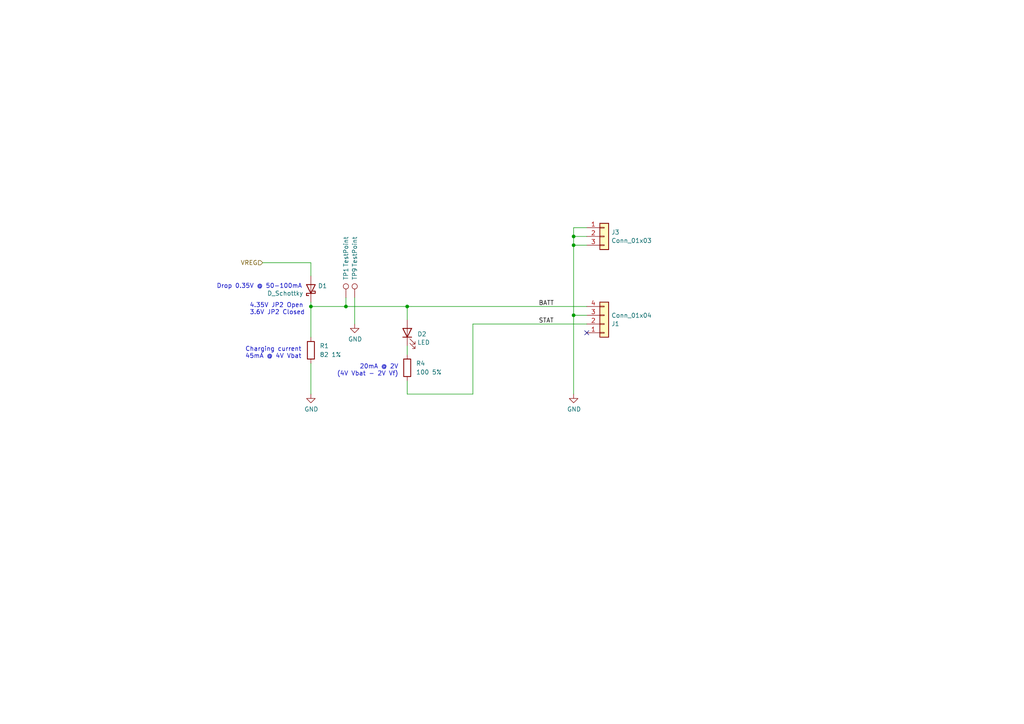
<source format=kicad_sch>
(kicad_sch (version 20230121) (generator eeschema)
  (paper "A4")
  (lib_symbols
    (symbol "Connector:TestPoint" (pin_numbers hide) (pin_names (offset 0.762) hide)
      (property "Reference" "TP" (at 0 6.858 0))
      (property "Value" "TestPoint" (at 0 5.08 0))
      (symbol "TestPoint_0_1"
        (circle (center 0 3.302) (radius 0.762))
      )
      (symbol "TestPoint_1_1"
        (pin passive line (at 0 0 90) (length 2.54) (name "1") (number "1"))
      )
    )
    (symbol "Connector_Generic:Conn_01x03" (pin_names (offset 1.016) hide)
      (property "Reference" "J" (at 0 5.08 0))
      (property "Value" "Conn_01x03" (at 0 -5.08 0))
      (symbol "Conn_01x03_1_1"
        (rectangle (start -1.27 -2.413) (end 0 -2.667) (stroke (width 0.1524)))
        (rectangle (start -1.27 0.127) (end 0 -0.127) (stroke (width 0.1524)))
        (rectangle (start -1.27 2.667) (end 0 2.413) (stroke (width 0.1524)))
        (rectangle (start -1.27 3.81) (end 1.27 -3.81) (stroke (width 0.254)) (fill (type background)))
        (pin passive line (at -5.08 2.54 0) (length 3.81) (name "Pin_1") (number "1"))
        (pin passive line (at -5.08 0 0) (length 3.81) (name "Pin_2") (number "2"))
        (pin passive line (at -5.08 -2.54 0) (length 3.81) (name "Pin_3") (number "3"))
      )
    )
    (symbol "Connector_Generic:Conn_01x04" (pin_names (offset 1.016) hide)
      (property "Reference" "J" (at 0 5.08 0))
      (property "Value" "Conn_01x04" (at 0 -7.62 0))
      (symbol "Conn_01x04_1_1"
        (rectangle (start -1.27 -4.953) (end 0 -5.207) (stroke (width 0.1524)))
        (rectangle (start -1.27 -2.413) (end 0 -2.667) (stroke (width 0.1524)))
        (rectangle (start -1.27 0.127) (end 0 -0.127) (stroke (width 0.1524)))
        (rectangle (start -1.27 2.667) (end 0 2.413) (stroke (width 0.1524)))
        (rectangle (start -1.27 3.81) (end 1.27 -6.35) (stroke (width 0.254)) (fill (type background)))
        (pin passive line (at -5.08 2.54 0) (length 3.81) (name "Pin_1") (number "1"))
        (pin passive line (at -5.08 0 0) (length 3.81) (name "Pin_2") (number "2"))
        (pin passive line (at -5.08 -2.54 0) (length 3.81) (name "Pin_3") (number "3"))
        (pin passive line (at -5.08 -5.08 0) (length 3.81) (name "Pin_4") (number "4"))
      )
    )
    (symbol "Device:D_Schottky" (pin_numbers hide) (pin_names (offset 1.016) hide)
      (property "Reference" "D" (at 0 2.54 0))
      (property "Value" "D_Schottky" (at 0 -2.54 0))
      (symbol "D_Schottky_0_1"
        (polyline (pts (xy 1.27 0) (xy -1.27 0)))
        (polyline (pts (xy 1.27 1.27) (xy 1.27 -1.27) (xy -1.27 0) (xy 1.27 1.27)) (stroke (width 0.254)))
        (polyline (pts (xy -1.905 0.635) (xy -1.905 1.27) (xy -1.27 1.27) (xy -1.27 -1.27) (xy -0.635 -1.27) (xy -0.635 -0.635)) (stroke (width 0.254)))
      )
      (symbol "D_Schottky_1_1"
        (pin passive line (at -3.81 0 0) (length 2.54) (name "K") (number "1"))
        (pin passive line (at 3.81 0 180) (length 2.54) (name "A") (number "2"))
      )
    )
    (symbol "Device:LED" (pin_numbers hide) (pin_names (offset 1.016) hide)
      (property "Reference" "D" (at 0 2.54 0))
      (property "Value" "LED" (at 0 -2.54 0))
      (symbol "LED_0_1"
        (polyline (pts (xy -1.27 -1.27) (xy -1.27 1.27)) (stroke (width 0.254)))
        (polyline (pts (xy -1.27 0) (xy 1.27 0)))
        (polyline (pts (xy 1.27 -1.27) (xy 1.27 1.27) (xy -1.27 0) (xy 1.27 -1.27)) (stroke (width 0.254)))
        (polyline (pts (xy -3.048 -0.762) (xy -4.572 -2.286) (xy -3.81 -2.286) (xy -4.572 -2.286) (xy -4.572 -1.524)))
        (polyline (pts (xy -1.778 -0.762) (xy -3.302 -2.286) (xy -2.54 -2.286) (xy -3.302 -2.286) (xy -3.302 -1.524)))
      )
      (symbol "LED_1_1"
        (pin passive line (at -3.81 0 0) (length 2.54) (name "K") (number "1"))
        (pin passive line (at 3.81 0 180) (length 2.54) (name "A") (number "2"))
      )
    )
    (symbol "Device:R" (pin_numbers hide) (pin_names (offset 0))
      (property "Reference" "R" (at 2.032 0 90))
      (property "Value" "R" (at 0 0 90))
      (symbol "R_0_1"
        (rectangle (start -1.016 -2.54) (end 1.016 2.54) (stroke (width 0.254)))
      )
      (symbol "R_1_1"
        (pin passive line (at 0 3.81 270) (length 1.27) (name "~") (number "1"))
        (pin passive line (at 0 -3.81 90) (length 1.27) (name "~") (number "2"))
      )
    )
    (symbol "power:GND" (power) (pin_names (offset 0))
      (property "Value" "GND" (at 0 -3.81 0))
      (symbol "GND_0_1"
        (polyline (pts (xy 0 0) (xy 0 -1.27) (xy 1.27 -1.27) (xy 0 -2.54) (xy -1.27 -1.27) (xy 0 -1.27)))
      )
      (symbol "GND_1_1"
        (pin power_in line (at 0 0 270) (length 0) hide (name "GND") (number "1"))
      )
    )
  )
  (junction (at 100.33 88.9))
  (junction (at 166.37 91.44))
  (junction (at 166.37 68.58))
  (junction (at 90.17 88.9))
  (junction (at 166.37 71.12))
  (junction (at 118.11 88.9))
  (no_connect (at 170.18 96.52))
  (wire (pts (xy 90.17 80.01) (xy 90.17 76.2)))
  (wire (pts (xy 170.18 91.44) (xy 166.37 91.44)))
  (wire (pts (xy 166.37 71.12) (xy 166.37 68.58)))
  (wire (pts (xy 90.17 87.63) (xy 90.17 88.9)))
  (wire (pts (xy 118.11 88.9) (xy 170.18 88.9)))
  (wire (pts (xy 90.17 88.9) (xy 100.33 88.9)))
  (wire (pts (xy 90.17 105.41) (xy 90.17 114.3)))
  (wire (pts (xy 100.33 88.9) (xy 118.11 88.9)))
  (wire (pts (xy 100.33 86.36) (xy 100.33 88.9)))
  (wire (pts (xy 166.37 71.12) (xy 166.37 91.44)))
  (wire (pts (xy 118.11 100.33) (xy 118.11 102.87)))
  (wire (pts (xy 137.16 93.98) (xy 170.18 93.98)))
  (wire (pts (xy 166.37 66.04) (xy 166.37 68.58)))
  (wire (pts (xy 76.2 76.2) (xy 90.17 76.2)))
  (wire (pts (xy 137.16 93.98) (xy 137.16 114.3)))
  (wire (pts (xy 166.37 91.44) (xy 166.37 114.3)))
  (wire (pts (xy 118.11 114.3) (xy 118.11 110.49)))
  (wire (pts (xy 102.87 86.36) (xy 102.87 93.98)))
  (wire (pts (xy 90.17 88.9) (xy 90.17 97.79)))
  (wire (pts (xy 170.18 66.04) (xy 166.37 66.04)))
  (wire (pts (xy 118.11 88.9) (xy 118.11 92.71)))
  (wire (pts (xy 137.16 114.3) (xy 118.11 114.3)))
  (wire (pts (xy 166.37 71.12) (xy 170.18 71.12)))
  (wire (pts (xy 166.37 68.58) (xy 170.18 68.58)))
  (text "20mA @ 2V\n(4V Vbat - 2V Vf)" (at 115.57 109.22 0) (effects (font (size 1.27 1.27)) (justify right bottom)))
  (text "4.35V JP2 Open\n3.6V JP2 Closed" (at 72.39 91.44 0) (effects (font (size 1.27 1.27)) (justify left bottom)))
  (text "Charging current\n45mA @ 4V Vbat" (at 71.12 104.14 0) (effects (font (size 1.27 1.27)) (justify left bottom)))
  (text "Drop 0.35V @ 50-100mA" (at 87.63 83.82 0) (effects (font (size 1.27 1.27)) (justify right bottom)))
  (label "BATT" (at 156.21 88.9 0))
  (label "STAT" (at 156.21 93.98 0))
  (hierarchical_label "VREG" (shape input) (at 76.2 76.2 180))
  (symbol (lib_id "Device:R") (at 90.17 101.6 0) (unit 1)
    (property "Reference" "R1" (at 92.71 100.33 0) (effects (justify left)))
    (property "Value" "82 1%" (at 92.71 102.87 0) (effects (justify left)))
    (property "Footprint" "Resistor_SMD:R_1210_3225Metric" (effects hide))
    (property "LCSC Part Number" "C728413" (effects hide))
    (property "Manufacturer" "YAGEO" (effects hide))
    (property "Part Number" "RC1210JR-0782RL" (effects hide))
    (instances (project "main" (path "" (reference "R1") (unit 1)) (path "" (reference "R1") (unit 1)) (path "" (reference "R5") (unit 1)) (path "" (reference "R7") (unit 1)) (path "" (reference "R9") (unit 1)) (path "" (reference "R15") (unit 1)) (path "" (reference "R11") (unit 1)) (path "" (reference "R17") (unit 1)) (path "" (reference "R13") (unit 1))))
  )
  (symbol (lib_id "power:GND") (at 102.87 93.98 0) (unit 1)
    (property "Reference" "#PWR06" (effects hide))
    (property "Value" "GND" (at 102.997 98.3742 0))
    (instances (project "main" (path "" (reference "#PWR06") (unit 1))) (project "main" (path "" (reference "#PWR09") (unit 1)) (path "" (reference "#PWR07") (unit 1)) (path "" (reference "#PWR09") (unit 1)) (path "" (reference "#PWR012") (unit 1)) (path "" (reference "#PWR014") (unit 1)) (path "" (reference "#PWR019") (unit 1)) (path "" (reference "#PWR017") (unit 1)) (path "" (reference "#PWR022") (unit 1)) (path "" (reference "#PWR018") (unit 1))) (project "Main" (path "" (reference "#PWR052") (unit 1))))
  )
  (symbol (lib_id "Connector:TestPoint") (at 100.33 86.36 0) (unit 1)
    (property "Reference" "TP1" (at 100.33 81.28 90) (effects (justify left)))
    (property "Value" "TestPoint" (at 100.33 77.47 90) (effects (justify left)))
    (property "Footprint" "Connector_PinHeader_2.54mm:PinHeader_1x01_P2.54mm_Vertical" (effects hide))
    (instances (project "main" (path "" (reference "TP1") (unit 1)) (path "" (reference "TP2") (unit 1)) (path "" (reference "TP3") (unit 1)) (path "" (reference "TP4") (unit 1)) (path "" (reference "TP5") (unit 1)) (path "" (reference "TP6") (unit 1)) (path "" (reference "TP7") (unit 1)) (path "" (reference "TP8") (unit 1))))
  )
  (symbol (lib_id "Device:D_Schottky") (at 90.17 83.82 90) (unit 1)
    (property "Reference" "D1" (at 92.202 82.9254 90) (effects (justify right)))
    (property "Value" "D_Schottky" (at 77.47 85.09 90) (effects (justify right)))
    (property "Footprint" "Diode_SMD:D_SOD-523" (effects hide))
    (property "LCSC Part Number" "C145179" (effects hide))
    (property "Manufacturer" "onsemi" (effects hide))
    (property "Part Number" "RB521S30T1G" (effects hide))
    (instances (project "main" (path "" (reference "D1") (unit 1)) (path "" (reference "D1") (unit 1)) (path "" (reference "D3") (unit 1)) (path "" (reference "D5") (unit 1)) (path "" (reference "D7") (unit 1)) (path "" (reference "D13") (unit 1)) (path "" (reference "D9") (unit 1)) (path "" (reference "D15") (unit 1)) (path "" (reference "D11") (unit 1))))
  )
  (symbol (lib_id "power:GND") (at 166.37 114.3 0) (unit 1)
    (property "Reference" "#PWR06" (effects hide))
    (property "Value" "GND" (at 166.497 118.6942 0))
    (instances (project "main" (path "" (reference "#PWR06") (unit 1))) (project "main" (path "" (reference "#PWR05") (unit 1)) (path "" (reference "#PWR05") (unit 1)) (path "" (reference "#PWR011") (unit 1)) (path "" (reference "#PWR016") (unit 1)) (path "" (reference "#PWR021") (unit 1)) (path "" (reference "#PWR036") (unit 1)) (path "" (reference "#PWR026") (unit 1)) (path "" (reference "#PWR041") (unit 1)) (path "" (reference "#PWR031") (unit 1))) (project "Main" (path "" (reference "#PWR052") (unit 1))))
  )
  (symbol (lib_id "Connector_Generic:Conn_01x03") (at 175.26 68.58 0) (unit 1)
    (property "Reference" "J3" (at 177.292 67.3679 0) (effects (justify left)))
    (property "Value" "Conn_01x03" (at 177.292 69.7921 0) (effects (justify left)))
    (property "Footprint" "Connector_PinSocket_2.54mm:PinSocket_1x03_P2.54mm_Vertical" (effects hide))
    (instances (project "main" (path "" (reference "J3") (unit 1)) (path "" (reference "J2") (unit 1)) (path "" (reference "J4") (unit 1)) (path "" (reference "J6") (unit 1)) (path "" (reference "J8") (unit 1)) (path "" (reference "J14") (unit 1)) (path "" (reference "J10") (unit 1)) (path "" (reference "J16") (unit 1)) (path "" (reference "J12") (unit 1))))
  )
  (symbol (lib_id "power:GND") (at 90.17 114.3 0) (unit 1)
    (property "Reference" "#PWR06" (effects hide))
    (property "Value" "GND" (at 90.297 118.6942 0))
    (instances (project "main" (path "" (reference "#PWR06") (unit 1))) (project "main" (path "" (reference "#PWR09") (unit 1)) (path "" (reference "#PWR04") (unit 1)) (path "" (reference "#PWR010") (unit 1)) (path "" (reference "#PWR015") (unit 1)) (path "" (reference "#PWR020") (unit 1)) (path "" (reference "#PWR035") (unit 1)) (path "" (reference "#PWR025") (unit 1)) (path "" (reference "#PWR040") (unit 1)) (path "" (reference "#PWR030") (unit 1))) (project "Main" (path "" (reference "#PWR052") (unit 1))))
  )
  (symbol (lib_id "Device:LED") (at 118.11 96.52 90) (unit 1)
    (property "Reference" "D2" (at 121.031 96.8954 90) (effects (justify right)))
    (property "Value" "LED" (at 121.031 99.3196 90) (effects (justify right)))
    (property "Footprint" "LED_SMD:LED_0603_1608Metric" (effects hide))
    (property "LCSC Part Number" "C965799" (effects hide))
    (property "Manufacturer" "XINGLIGHT" (effects hide))
    (property "Part Number" "XL-1608SURC-06" (effects hide))
    (instances (project "main" (path "" (reference "D2") (unit 1)) (path "" (reference "D2") (unit 1)) (path "" (reference "D4") (unit 1)) (path "" (reference "D6") (unit 1)) (path "" (reference "D8") (unit 1)) (path "" (reference "D14") (unit 1)) (path "" (reference "D10") (unit 1)) (path "" (reference "D16") (unit 1)) (path "" (reference "D12") (unit 1))))
  )
  (symbol (lib_id "Connector:TestPoint") (at 102.87 86.36 0) (unit 1)
    (property "Reference" "TP9" (at 102.87 81.28 90) (effects (justify left)))
    (property "Value" "TestPoint" (at 102.87 77.47 90) (effects (justify left)))
    (property "Footprint" "Connector_PinHeader_2.54mm:PinHeader_1x01_P2.54mm_Vertical" (effects hide))
    (instances (project "main" (path "" (reference "TP9") (unit 1)) (path "" (reference "TP10") (unit 1)) (path "" (reference "TP11") (unit 1)) (path "" (reference "TP12") (unit 1)) (path "" (reference "TP13") (unit 1)) (path "" (reference "TP14") (unit 1)) (path "" (reference "TP15") (unit 1)) (path "" (reference "TP16") (unit 1))))
  )
  (symbol (lib_id "Device:R") (at 118.11 106.68 0) (unit 1)
    (property "Reference" "R4" (at 120.65 105.41 0) (effects (justify left)))
    (property "Value" "100 5%" (at 120.65 107.95 0) (effects (justify left)))
    (property "Footprint" "Resistor_SMD:R_0603_1608Metric" (effects hide))
    (property "LCSC Part Number" "C25201" (effects hide))
    (property "Manufacturer" "UNI-ROYAL(Uniroyal Elec)" (effects hide))
    (property "Part Number" "0603WAJ0101T5E" (effects hide))
    (instances (project "main" (path "" (reference "R4") (unit 1)) (path "" (reference "R4") (unit 1)) (path "" (reference "R6") (unit 1)) (path "" (reference "R8") (unit 1)) (path "" (reference "R10") (unit 1)) (path "" (reference "R16") (unit 1)) (path "" (reference "R12") (unit 1)) (path "" (reference "R18") (unit 1)) (path "" (reference "R14") (unit 1))))
  )
  (symbol (lib_id "Connector_Generic:Conn_01x04") (at 175.26 93.98 0) (mirror x) (unit 1)
    (property "Reference" "J1" (at 177.292 93.9221 0) (effects (justify left)))
    (property "Value" "Conn_01x04" (at 177.292 91.4979 0) (effects (justify left)))
    (property "Footprint" "Connector_PinSocket_2.54mm:PinSocket_1x04_P2.54mm_Vertical" (effects hide))
    (instances (project "main" (path "" (reference "J1") (unit 1))) (project "main" (path "" (reference "J1") (unit 1)) (path "" (reference "J1") (unit 1)) (path "" (reference "J3") (unit 1)) (path "" (reference "J5") (unit 1)) (path "" (reference "J7") (unit 1)) (path "" (reference "J13") (unit 1)) (path "" (reference "J9") (unit 1)) (path "" (reference "J15") (unit 1)) (path "" (reference "J11") (unit 1))))
  )
)
</source>
